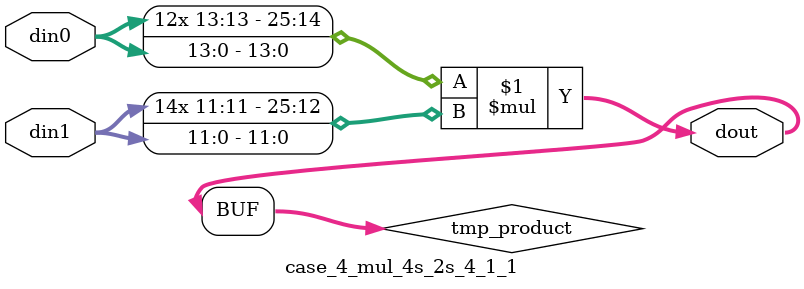
<source format=v>

`timescale 1 ns / 1 ps

 module case_4_mul_4s_2s_4_1_1(din0, din1, dout);
parameter ID = 1;
parameter NUM_STAGE = 0;
parameter din0_WIDTH = 14;
parameter din1_WIDTH = 12;
parameter dout_WIDTH = 26;

input [din0_WIDTH - 1 : 0] din0; 
input [din1_WIDTH - 1 : 0] din1; 
output [dout_WIDTH - 1 : 0] dout;

wire signed [dout_WIDTH - 1 : 0] tmp_product;



























assign tmp_product = $signed(din0) * $signed(din1);








assign dout = tmp_product;





















endmodule

</source>
